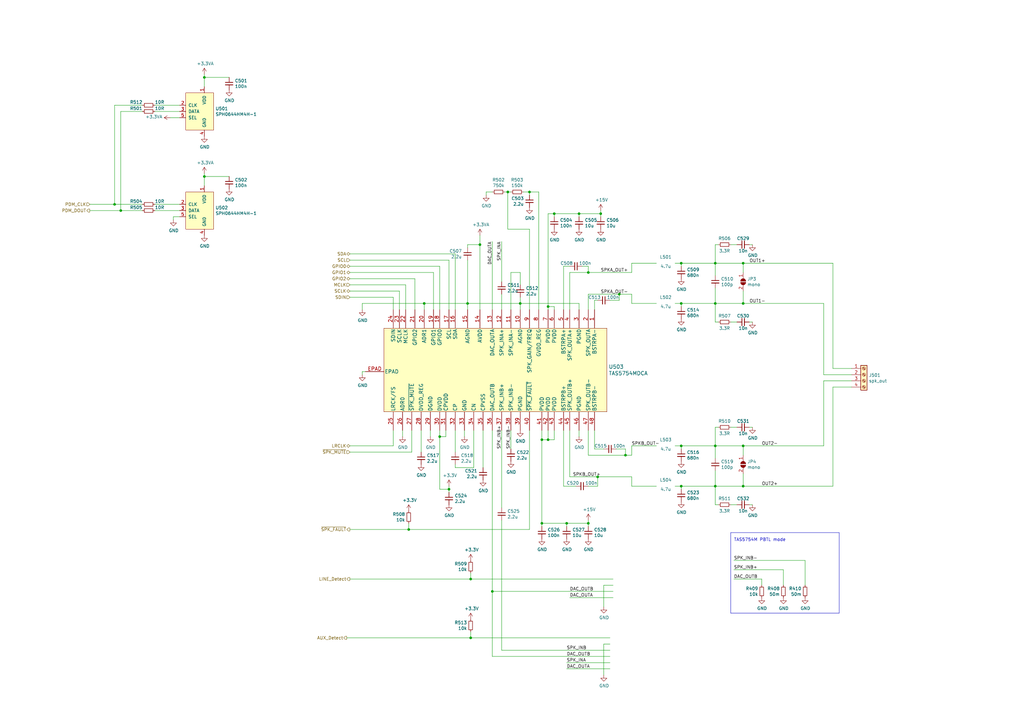
<source format=kicad_sch>
(kicad_sch (version 20230121) (generator eeschema)
  (paper "A3")
  (lib_symbols
    (symbol "Connector:Screw_Terminal_01x04" (pin_names (offset 1.016) hide)
      (property "Reference" "J" (at 0 5.08 0))
      (property "Value" "Screw_Terminal_01x04" (at 0 -7.62 0))
      (symbol "Screw_Terminal_01x04_1_1"
        (rectangle (start -1.27 3.81) (end 1.27 -6.35) (stroke (width 0.254)) (fill (type background)))
        (circle (center 0 -5.08) (radius 0.635) (stroke (width 0.1524)))
        (circle (center 0 -2.54) (radius 0.635) (stroke (width 0.1524)))
        (polyline (pts (xy -0.5334 -4.7498) (xy 0.3302 -5.588)) (stroke (width 0.1524)))
        (polyline (pts (xy -0.5334 -2.2098) (xy 0.3302 -3.048)) (stroke (width 0.1524)))
        (polyline (pts (xy -0.5334 0.3302) (xy 0.3302 -0.508)) (stroke (width 0.1524)))
        (polyline (pts (xy -0.5334 2.8702) (xy 0.3302 2.032)) (stroke (width 0.1524)))
        (polyline (pts (xy -0.3556 -4.572) (xy 0.508 -5.4102)) (stroke (width 0.1524)))
        (polyline (pts (xy -0.3556 -2.032) (xy 0.508 -2.8702)) (stroke (width 0.1524)))
        (polyline (pts (xy -0.3556 0.508) (xy 0.508 -0.3302)) (stroke (width 0.1524)))
        (polyline (pts (xy -0.3556 3.048) (xy 0.508 2.2098)) (stroke (width 0.1524)))
        (circle (center 0 0) (radius 0.635) (stroke (width 0.1524)))
        (circle (center 0 2.54) (radius 0.635) (stroke (width 0.1524)))
        (pin passive line (at -5.08 2.54 0) (length 3.81) (name "Pin_1") (number "1"))
        (pin passive line (at -5.08 0 0) (length 3.81) (name "Pin_2") (number "2"))
        (pin passive line (at -5.08 -2.54 0) (length 3.81) (name "Pin_3") (number "3"))
        (pin passive line (at -5.08 -5.08 0) (length 3.81) (name "Pin_4") (number "4"))
      )
    )
    (symbol "Device:C_Small" (pin_numbers hide) (pin_names (offset 0.254) hide)
      (property "Reference" "C" (at 0.254 1.778 0))
      (property "Value" "C_Small" (at 0.254 -2.032 0))
      (symbol "C_Small_0_1"
        (polyline (pts (xy -1.524 -0.508) (xy 1.524 -0.508)) (stroke (width 0.3302)))
        (polyline (pts (xy -1.524 0.508) (xy 1.524 0.508)) (stroke (width 0.3048)))
      )
      (symbol "C_Small_1_1"
        (pin passive line (at 0 2.54 270) (length 2.032) (name "~") (number "1"))
        (pin passive line (at 0 -2.54 90) (length 2.032) (name "~") (number "2"))
      )
    )
    (symbol "Device:R_Small" (pin_numbers hide) (pin_names (offset 0.254) hide)
      (property "Reference" "R" (at 0.762 0.508 0))
      (property "Value" "R_Small" (at 0.762 -1.016 0))
      (symbol "R_Small_0_1"
        (rectangle (start -0.762 1.778) (end 0.762 -1.778) (stroke (width 0.2032)))
      )
      (symbol "R_Small_1_1"
        (pin passive line (at 0 2.54 270) (length 0.762) (name "~") (number "1"))
        (pin passive line (at 0 -2.54 90) (length 0.762) (name "~") (number "2"))
      )
    )
    (symbol "Jumper:SolderJumper_2_Open" (pin_names (offset 0) hide)
      (property "Reference" "JP" (at 0 2.032 0))
      (property "Value" "SolderJumper_2_Open" (at 0 -2.54 0))
      (symbol "SolderJumper_2_Open_0_1"
        (arc (start -0.254 1.016) (mid -1.2656 0) (end -0.254 -1.016))
        (arc (start -0.254 1.016) (mid -1.2656 0) (end -0.254 -1.016) (fill (type outline)))
        (polyline (pts (xy -0.254 1.016) (xy -0.254 -1.016)))
        (polyline (pts (xy 0.254 1.016) (xy 0.254 -1.016)))
        (arc (start 0.254 -1.016) (mid 1.2656 0) (end 0.254 1.016))
        (arc (start 0.254 -1.016) (mid 1.2656 0) (end 0.254 1.016) (fill (type outline)))
      )
      (symbol "SolderJumper_2_Open_1_1"
        (pin passive line (at -3.81 0 0) (length 2.54) (name "A") (number "1"))
        (pin passive line (at 3.81 0 180) (length 2.54) (name "B") (number "2"))
      )
    )
    (symbol "SilentWorks:SPH0644HM4H-1" (pin_names (offset 1.016))
      (property "Reference" "U" (at -6.35 8.89 0))
      (property "Value" "SPH0644HM4H-1" (at 11.43 -8.89 0))
      (symbol "SPH0644HM4H-1_0_1"
        (rectangle (start -7.62 7.62) (end 3.81 -7.62) (fill (type background)))
      )
      (symbol "SPH0644HM4H-1_1_1"
        (pin passive line (at 0 10.16 270) (length 2.54) (name "VDD") (number "1"))
        (pin passive line (at -10.16 2.54 0) (length 2.54) (name "CLK") (number "2"))
        (pin passive line (at -10.16 0 0) (length 2.54) (name "DATA") (number "3"))
        (pin passive line (at 0 -10.16 90) (length 2.54) (name "GND") (number "4"))
        (pin passive line (at -10.16 -2.54 0) (length 2.54) (name "SEL") (number "5"))
        (pin passive line (at 0 -10.16 90) (length 2.54) hide (name "GND") (number "6"))
      )
    )
    (symbol "SilentWorks:TAS5754MDCA" (pin_names (offset 0.254))
      (property "Reference" "U" (at 0 38.1 0))
      (property "Value" "TAS5754MDCA" (at 0 35.56 0))
      (symbol "TAS5754MDCA_1_1"
        (rectangle (start 16.51 33.02) (end -17.78 -58.42) (fill (type background)))
        (pin unspecified line (at -25.4 27.94 0) (length 7.62) (name "BSTRPA-") (number "1"))
        (pin power_in line (at -25.4 -2.54 0) (length 7.62) (name "AGND") (number "10"))
        (pin input line (at -25.4 -6.35 0) (length 7.62) (name "SPK_INA-") (number "11"))
        (pin input line (at -25.4 -10.16 0) (length 7.62) (name "SPK_INA+") (number "12"))
        (pin output line (at -25.4 -13.97 0) (length 7.62) (name "DAC_OUTA") (number "13"))
        (pin power_in line (at -25.4 -19.05 0) (length 7.62) (name "AVDD") (number "14"))
        (pin power_in line (at -25.4 -24.13 0) (length 7.62) (name "AGND") (number "15"))
        (pin bidirectional line (at -25.4 -29.21 0) (length 7.62) (name "SDA") (number "16"))
        (pin input line (at -25.4 -31.75 0) (length 7.62) (name "SCL") (number "17"))
        (pin bidirectional line (at -25.4 -35.56 0) (length 7.62) (name "GPIO0") (number "18"))
        (pin bidirectional line (at -25.4 -38.1 0) (length 7.62) (name "GPIO1") (number "19"))
        (pin output line (at -25.4 25.4 0) (length 7.62) (name "SPK_OUTA") (number "2"))
        (pin input line (at -25.4 -41.91 0) (length 7.62) (name "ADR1") (number "20"))
        (pin bidirectional line (at -25.4 -45.72 0) (length 7.62) (name "GPIO2") (number "21"))
        (pin input line (at -25.4 -49.53 0) (length 7.62) (name "MCLK") (number "22"))
        (pin input line (at -25.4 -52.07 0) (length 7.62) (name "SCLK") (number "23"))
        (pin input line (at -25.4 -54.61 0) (length 7.62) (name "SDIN") (number "24"))
        (pin bidirectional line (at 24.13 -54.61 180) (length 7.62) (name "LRCK/FS") (number "25"))
        (pin input line (at 24.13 -50.8 180) (length 7.62) (name "ADR0") (number "26"))
        (pin input line (at 24.13 -46.99 180) (length 7.62) (name "~{SPK_MUTE}") (number "27"))
        (pin power_in line (at 24.13 -43.18 180) (length 7.62) (name "DVDD_REG") (number "28"))
        (pin power_in line (at 24.13 -39.37 180) (length 7.62) (name "DGND") (number "29"))
        (pin power_in line (at -25.4 21.59 0) (length 7.62) (name "PGND") (number "3"))
        (pin power_in line (at 24.13 -35.56 180) (length 7.62) (name "DVDD") (number "30"))
        (pin power_in line (at 24.13 -33.02 180) (length 7.62) (name "CPVDD") (number "31"))
        (pin unspecified line (at 24.13 -29.21 180) (length 7.62) (name "CP") (number "32"))
        (pin power_in line (at 24.13 -25.4 180) (length 7.62) (name "GND") (number "33"))
        (pin unspecified line (at 24.13 -21.59 180) (length 7.62) (name "CN") (number "34"))
        (pin power_in line (at 24.13 -17.78 180) (length 7.62) (name "CPVSS") (number "35"))
        (pin output line (at 24.13 -13.97 180) (length 7.62) (name "DAC_OUTB") (number "36"))
        (pin input line (at 24.13 -10.16 180) (length 7.62) (name "SPK_INB+") (number "37"))
        (pin input line (at 24.13 -6.35 180) (length 7.62) (name "SPK_INB-") (number "38"))
        (pin power_in line (at 24.13 -2.54 180) (length 7.62) (name "PGND") (number "39"))
        (pin output line (at -25.4 17.78 0) (length 7.62) (name "SPK_OUTA+") (number "4"))
        (pin output line (at 24.13 1.27 180) (length 7.62) (name "~{SPK_FAULT}") (number "40"))
        (pin power_in line (at 24.13 6.35 180) (length 7.62) (name "PVDD") (number "41"))
        (pin power_in line (at 24.13 8.89 180) (length 7.62) (name "PVDD") (number "42"))
        (pin power_in line (at 24.13 11.43 180) (length 7.62) (name "PVDD") (number "43"))
        (pin unspecified line (at 24.13 15.24 180) (length 7.62) (name "BSTRPB+") (number "44"))
        (pin output line (at 24.13 17.78 180) (length 7.62) (name "SPK_OUTB+") (number "45"))
        (pin power_in line (at 24.13 21.59 180) (length 7.62) (name "PGND") (number "46"))
        (pin unspecified line (at 24.13 25.4 180) (length 7.62) (name "SPK_OUTB-") (number "47"))
        (pin unspecified line (at 24.13 27.94 180) (length 7.62) (name "BSTRPB-") (number "48"))
        (pin unspecified line (at -25.4 15.24 0) (length 7.62) (name "BSTRPA+") (number "5"))
        (pin power_in line (at -25.4 11.43 0) (length 7.62) (name "PVDD") (number "6"))
        (pin power_in line (at -25.4 8.89 0) (length 7.62) (name "PVDD") (number "7"))
        (pin output line (at -25.4 5.08 0) (length 7.62) (name "GVDD_REG") (number "8"))
        (pin input line (at -25.4 1.27 0) (length 7.62) (name "SPK_GAIN/FREQ") (number "9"))
        (pin unspecified line (at 0 -66.04 90) (length 7.62) (name "EPAD") (number "EPAD"))
      )
    )
    (symbol "power:+15V" (power) (pin_names (offset 0))
      (property "Value" "+15V" (at 0 3.556 0))
      (symbol "+15V_0_1"
        (polyline (pts (xy -0.762 1.27) (xy 0 2.54)))
        (polyline (pts (xy 0 0) (xy 0 2.54)))
        (polyline (pts (xy 0 2.54) (xy 0.762 1.27)))
      )
      (symbol "+15V_1_1"
        (pin power_in line (at 0 0 90) (length 0) hide (name "+15V") (number "1"))
      )
    )
    (symbol "power:+3.3V" (power) (pin_names (offset 0))
      (property "Value" "+3.3V" (at 0 3.556 0))
      (symbol "+3.3V_0_1"
        (polyline (pts (xy -0.762 1.27) (xy 0 2.54)))
        (polyline (pts (xy 0 0) (xy 0 2.54)))
        (polyline (pts (xy 0 2.54) (xy 0.762 1.27)))
      )
      (symbol "+3.3V_1_1"
        (pin power_in line (at 0 0 90) (length 0) hide (name "+3.3V") (number "1"))
      )
    )
    (symbol "power:+3.3VA" (power) (pin_names (offset 0))
      (property "Value" "+3.3VA" (at 0 3.556 0))
      (symbol "+3.3VA_0_1"
        (polyline (pts (xy -0.762 1.27) (xy 0 2.54)))
        (polyline (pts (xy 0 0) (xy 0 2.54)))
        (polyline (pts (xy 0 2.54) (xy 0.762 1.27)))
      )
      (symbol "+3.3VA_1_1"
        (pin power_in line (at 0 0 90) (length 0) hide (name "+3.3VA") (number "1"))
      )
    )
    (symbol "power:GND" (power) (pin_names (offset 0))
      (property "Value" "GND" (at 0 -3.81 0))
      (symbol "GND_0_1"
        (polyline (pts (xy 0 0) (xy 0 -1.27) (xy 1.27 -1.27) (xy 0 -2.54) (xy -1.27 -1.27) (xy 0 -1.27)))
      )
      (symbol "GND_1_1"
        (pin power_in line (at 0 0 270) (length 0) hide (name "GND") (number "1"))
      )
    )
  )
  (junction (at 279.4 107.95))
  (junction (at 304.8 124.46))
  (junction (at 184.15 200.66))
  (junction (at 196.85 100.33))
  (junction (at 293.37 182.88))
  (junction (at 222.25 214.63))
  (junction (at 256.54 186.69))
  (junction (at 245.11 195.58))
  (junction (at 227.33 87.63))
  (junction (at 237.49 87.63))
  (junction (at 222.25 180.34))
  (junction (at 180.34 179.07))
  (junction (at 217.17 78.74))
  (junction (at 83.82 31.75))
  (junction (at 279.4 182.88))
  (junction (at 241.3 111.76))
  (junction (at 279.4 199.39))
  (junction (at 191.77 124.46))
  (junction (at 304.8 107.95))
  (junction (at 241.3 214.63))
  (junction (at 293.37 124.46))
  (junction (at 167.64 217.17))
  (junction (at 304.8 182.88))
  (junction (at 46.99 83.82))
  (junction (at 246.38 87.63))
  (junction (at 193.04 237.49))
  (junction (at 83.82 72.39))
  (junction (at 293.37 199.39))
  (junction (at 173.99 124.46))
  (junction (at 49.53 86.36))
  (junction (at 201.93 242.57))
  (junction (at 232.41 214.63))
  (junction (at 293.37 107.95))
  (junction (at 224.79 180.34))
  (junction (at 279.4 124.46))
  (junction (at 193.04 261.62))
  (junction (at 213.36 124.46))
  (junction (at 208.28 78.74))
  (junction (at 254 120.65))
  (junction (at 304.8 199.39))
  (junction (at 224.79 125.73))
  (polyline (pts (xy 299.72 251.46) (xy 344.17 251.46)))
  (wire (pts (xy 224.79 180.34) (xy 227.33 180.34)))
  (wire (pts (xy 184.15 106.68) (xy 143.51 106.68)))
  (wire (pts (xy 279.4 199.39) (xy 279.4 200.66)))
  (wire (pts (xy 251.46 240.03) (xy 247.65 240.03)))
  (wire (pts (xy 208.28 78.74) (xy 208.28 93.98)))
  (wire (pts (xy 293.37 199.39) (xy 293.37 207.01)))
  (wire (pts (xy 304.8 199.39) (xy 341.63 199.39)))
  (wire (pts (xy 83.82 31.75) (xy 83.82 35.56)))
  (wire (pts (xy 245.11 195.58) (xy 259.08 195.58)))
  (wire (pts (xy 293.37 199.39) (xy 304.8 199.39)))
  (wire (pts (xy 213.36 127) (xy 213.36 124.46)))
  (wire (pts (xy 201.93 176.53) (xy 201.93 242.57)))
  (wire (pts (xy 176.53 176.53) (xy 176.53 179.07)))
  (wire (pts (xy 173.99 124.46) (xy 148.59 124.46)))
  (wire (pts (xy 199.39 78.74) (xy 199.39 80.01)))
  (wire (pts (xy 276.86 124.46) (xy 279.4 124.46)))
  (wire (pts (xy 213.36 124.46) (xy 191.77 124.46)))
  (wire (pts (xy 304.8 119.38) (xy 304.8 124.46)))
  (wire (pts (xy 279.4 124.46) (xy 293.37 124.46)))
  (wire (pts (xy 222.25 215.9) (xy 222.25 214.63)))
  (wire (pts (xy 46.99 83.82) (xy 58.42 83.82)))
  (wire (pts (xy 349.25 151.13) (xy 341.63 151.13)))
  (wire (pts (xy 241.3 215.9) (xy 241.3 214.63)))
  (wire (pts (xy 186.69 191.77) (xy 194.31 191.77)))
  (wire (pts (xy 293.37 182.88) (xy 293.37 187.96)))
  (wire (pts (xy 49.53 45.72) (xy 49.53 86.36)))
  (wire (pts (xy 307.34 100.33) (xy 308.61 100.33)))
  (wire (pts (xy 237.49 127) (xy 237.49 124.46)))
  (wire (pts (xy 241.3 186.69) (xy 241.3 176.53)))
  (wire (pts (xy 279.4 107.95) (xy 293.37 107.95)))
  (wire (pts (xy 233.68 127) (xy 233.68 111.76)))
  (wire (pts (xy 250.19 264.16) (xy 247.65 264.16)))
  (polyline (pts (xy 299.72 218.44) (xy 299.72 251.46)))
  (wire (pts (xy 232.41 274.32) (xy 250.19 274.32)))
  (wire (pts (xy 250.19 271.78) (xy 232.41 271.78)))
  (wire (pts (xy 341.63 158.75) (xy 341.63 199.39)))
  (wire (pts (xy 217.17 78.74) (xy 214.63 78.74)))
  (wire (pts (xy 300.99 233.68) (xy 321.31 233.68)))
  (wire (pts (xy 193.04 234.95) (xy 193.04 237.49)))
  (wire (pts (xy 276.86 107.95) (xy 279.4 107.95)))
  (wire (pts (xy 233.68 245.11) (xy 251.46 245.11)))
  (wire (pts (xy 58.42 43.18) (xy 46.99 43.18)))
  (wire (pts (xy 293.37 124.46) (xy 304.8 124.46)))
  (wire (pts (xy 251.46 237.49) (xy 193.04 237.49)))
  (wire (pts (xy 250.19 123.19) (xy 254 123.19)))
  (wire (pts (xy 205.74 176.53) (xy 205.74 208.28)))
  (wire (pts (xy 196.85 100.33) (xy 196.85 127)))
  (wire (pts (xy 222.25 180.34) (xy 222.25 214.63)))
  (wire (pts (xy 304.8 194.31) (xy 304.8 199.39)))
  (wire (pts (xy 213.36 111.76) (xy 213.36 116.84)))
  (wire (pts (xy 58.42 45.72) (xy 49.53 45.72)))
  (wire (pts (xy 217.17 217.17) (xy 167.64 217.17)))
  (wire (pts (xy 184.15 200.66) (xy 184.15 201.93)))
  (wire (pts (xy 224.79 176.53) (xy 224.79 180.34)))
  (wire (pts (xy 279.4 182.88) (xy 279.4 184.15)))
  (wire (pts (xy 149.86 152.4) (xy 148.59 152.4)))
  (wire (pts (xy 166.37 127) (xy 166.37 116.84)))
  (wire (pts (xy 293.37 107.95) (xy 293.37 113.03)))
  (wire (pts (xy 293.37 182.88) (xy 304.8 182.88)))
  (wire (pts (xy 220.98 78.74) (xy 217.17 78.74)))
  (wire (pts (xy 259.08 107.95) (xy 259.08 111.76)))
  (wire (pts (xy 170.18 127) (xy 170.18 114.3)))
  (wire (pts (xy 193.04 261.62) (xy 142.24 261.62)))
  (polyline (pts (xy 344.17 251.46) (xy 344.17 218.44)))
  (wire (pts (xy 304.8 182.88) (xy 337.82 182.88)))
  (wire (pts (xy 237.49 87.63) (xy 246.38 87.63)))
  (wire (pts (xy 71.12 88.9) (xy 71.12 90.17)))
  (wire (pts (xy 73.66 48.26) (xy 69.85 48.26)))
  (wire (pts (xy 259.08 195.58) (xy 259.08 199.39)))
  (wire (pts (xy 222.25 214.63) (xy 232.41 214.63)))
  (wire (pts (xy 254 120.65) (xy 259.08 120.65)))
  (wire (pts (xy 46.99 43.18) (xy 46.99 83.82)))
  (wire (pts (xy 217.17 176.53) (xy 217.17 217.17)))
  (wire (pts (xy 279.4 182.88) (xy 293.37 182.88)))
  (wire (pts (xy 161.29 176.53) (xy 161.29 182.88)))
  (wire (pts (xy 184.15 199.39) (xy 184.15 200.66)))
  (wire (pts (xy 63.5 83.82) (xy 73.66 83.82)))
  (wire (pts (xy 238.76 109.22) (xy 241.3 109.22)))
  (wire (pts (xy 259.08 124.46) (xy 269.24 124.46)))
  (wire (pts (xy 259.08 199.39) (xy 269.24 199.39)))
  (wire (pts (xy 307.34 132.08) (xy 308.61 132.08)))
  (wire (pts (xy 168.91 176.53) (xy 168.91 185.42)))
  (wire (pts (xy 233.68 195.58) (xy 245.11 195.58)))
  (wire (pts (xy 241.3 111.76) (xy 259.08 111.76)))
  (wire (pts (xy 293.37 193.04) (xy 293.37 199.39)))
  (wire (pts (xy 337.82 153.67) (xy 349.25 153.67)))
  (wire (pts (xy 231.14 127) (xy 231.14 109.22)))
  (wire (pts (xy 237.49 88.9) (xy 237.49 87.63)))
  (wire (pts (xy 73.66 88.9) (xy 71.12 88.9)))
  (wire (pts (xy 217.17 80.01) (xy 217.17 78.74)))
  (wire (pts (xy 148.59 152.4) (xy 148.59 153.67)))
  (wire (pts (xy 294.64 100.33) (xy 293.37 100.33)))
  (wire (pts (xy 167.64 217.17) (xy 143.51 217.17)))
  (wire (pts (xy 243.84 123.19) (xy 243.84 127)))
  (wire (pts (xy 307.34 207.01) (xy 308.61 207.01)))
  (wire (pts (xy 163.83 127) (xy 163.83 119.38)))
  (wire (pts (xy 294.64 207.01) (xy 293.37 207.01)))
  (wire (pts (xy 247.65 184.15) (xy 243.84 184.15)))
  (wire (pts (xy 193.04 237.49) (xy 143.51 237.49)))
  (wire (pts (xy 165.1 176.53) (xy 165.1 179.07)))
  (wire (pts (xy 182.88 179.07) (xy 180.34 179.07)))
  (wire (pts (xy 293.37 100.33) (xy 293.37 107.95)))
  (wire (pts (xy 279.4 199.39) (xy 293.37 199.39)))
  (wire (pts (xy 279.4 107.95) (xy 279.4 109.22)))
  (wire (pts (xy 232.41 214.63) (xy 241.3 214.63)))
  (wire (pts (xy 172.72 185.42) (xy 172.72 176.53)))
  (wire (pts (xy 233.68 111.76) (xy 241.3 111.76)))
  (wire (pts (xy 161.29 182.88) (xy 143.51 182.88)))
  (wire (pts (xy 224.79 125.73) (xy 224.79 127)))
  (wire (pts (xy 191.77 106.68) (xy 191.77 124.46)))
  (wire (pts (xy 246.38 88.9) (xy 246.38 87.63)))
  (wire (pts (xy 201.93 78.74) (xy 199.39 78.74)))
  (wire (pts (xy 205.74 213.36) (xy 205.74 266.7)))
  (wire (pts (xy 231.14 109.22) (xy 233.68 109.22)))
  (wire (pts (xy 83.82 30.48) (xy 83.82 31.75)))
  (wire (pts (xy 180.34 109.22) (xy 143.51 109.22)))
  (wire (pts (xy 220.98 127) (xy 220.98 78.74)))
  (wire (pts (xy 180.34 200.66) (xy 184.15 200.66)))
  (wire (pts (xy 194.31 191.77) (xy 194.31 176.53)))
  (wire (pts (xy 180.34 127) (xy 180.34 109.22)))
  (wire (pts (xy 184.15 127) (xy 184.15 106.68)))
  (wire (pts (xy 186.69 185.42) (xy 186.69 176.53)))
  (wire (pts (xy 337.82 182.88) (xy 337.82 156.21)))
  (wire (pts (xy 83.82 72.39) (xy 83.82 76.2)))
  (wire (pts (xy 241.3 186.69) (xy 256.54 186.69)))
  (wire (pts (xy 254 123.19) (xy 254 120.65)))
  (wire (pts (xy 304.8 182.88) (xy 304.8 186.69)))
  (wire (pts (xy 209.55 184.15) (xy 209.55 176.53)))
  (wire (pts (xy 245.11 199.39) (xy 245.11 195.58)))
  (wire (pts (xy 227.33 180.34) (xy 227.33 176.53)))
  (wire (pts (xy 193.04 259.08) (xy 193.04 261.62)))
  (wire (pts (xy 83.82 72.39) (xy 93.98 72.39)))
  (wire (pts (xy 232.41 215.9) (xy 232.41 214.63)))
  (wire (pts (xy 163.83 119.38) (xy 143.51 119.38)))
  (wire (pts (xy 227.33 88.9) (xy 227.33 87.63)))
  (wire (pts (xy 209.55 127) (xy 209.55 111.76)))
  (wire (pts (xy 213.36 121.92) (xy 213.36 124.46)))
  (wire (pts (xy 299.72 175.26) (xy 302.26 175.26)))
  (wire (pts (xy 252.73 184.15) (xy 256.54 184.15)))
  (wire (pts (xy 300.99 229.87) (xy 330.2 229.87)))
  (wire (pts (xy 167.64 214.63) (xy 167.64 217.17)))
  (wire (pts (xy 191.77 127) (xy 191.77 124.46)))
  (wire (pts (xy 227.33 127) (xy 227.33 125.73)))
  (wire (pts (xy 182.88 176.53) (xy 182.88 179.07)))
  (wire (pts (xy 180.34 179.07) (xy 180.34 200.66)))
  (wire (pts (xy 256.54 184.15) (xy 256.54 186.69)))
  (wire (pts (xy 250.19 269.24) (xy 201.93 269.24)))
  (wire (pts (xy 299.72 132.08) (xy 302.26 132.08)))
  (wire (pts (xy 337.82 124.46) (xy 337.82 153.67)))
  (wire (pts (xy 321.31 233.68) (xy 321.31 240.03)))
  (wire (pts (xy 177.8 111.76) (xy 143.51 111.76)))
  (wire (pts (xy 304.8 124.46) (xy 337.82 124.46)))
  (wire (pts (xy 196.85 100.33) (xy 191.77 100.33)))
  (wire (pts (xy 304.8 107.95) (xy 341.63 107.95)))
  (wire (pts (xy 294.64 132.08) (xy 293.37 132.08)))
  (wire (pts (xy 241.3 109.22) (xy 241.3 111.76)))
  (wire (pts (xy 36.83 83.82) (xy 46.99 83.82)))
  (wire (pts (xy 205.74 99.06) (xy 205.74 115.57)))
  (wire (pts (xy 294.64 175.26) (xy 293.37 175.26)))
  (wire (pts (xy 224.79 125.73) (xy 224.79 87.63)))
  (wire (pts (xy 205.74 120.65) (xy 205.74 127)))
  (wire (pts (xy 276.86 199.39) (xy 279.4 199.39)))
  (wire (pts (xy 241.3 120.65) (xy 241.3 127)))
  (wire (pts (xy 259.08 107.95) (xy 269.24 107.95)))
  (wire (pts (xy 227.33 87.63) (xy 237.49 87.63)))
  (wire (pts (xy 73.66 45.72) (xy 63.5 45.72)))
  (wire (pts (xy 186.69 127) (xy 186.69 104.14)))
  (wire (pts (xy 247.65 264.16) (xy 247.65 276.86)))
  (wire (pts (xy 227.33 125.73) (xy 224.79 125.73)))
  (wire (pts (xy 276.86 182.88) (xy 279.4 182.88)))
  (wire (pts (xy 250.19 266.7) (xy 205.74 266.7)))
  (wire (pts (xy 208.28 93.98) (xy 217.17 93.98)))
  (wire (pts (xy 241.3 213.36) (xy 241.3 214.63)))
  (wire (pts (xy 170.18 114.3) (xy 143.51 114.3)))
  (wire (pts (xy 231.14 199.39) (xy 231.14 176.53)))
  (wire (pts (xy 293.37 124.46) (xy 293.37 132.08)))
  (wire (pts (xy 330.2 229.87) (xy 330.2 240.03)))
  (wire (pts (xy 341.63 151.13) (xy 341.63 107.95)))
  (wire (pts (xy 250.19 261.62) (xy 193.04 261.62)))
  (wire (pts (xy 293.37 175.26) (xy 293.37 182.88)))
  (wire (pts (xy 83.82 31.75) (xy 93.98 31.75)))
  (wire (pts (xy 304.8 107.95) (xy 304.8 111.76)))
  (wire (pts (xy 208.28 78.74) (xy 207.01 78.74)))
  (wire (pts (xy 191.77 124.46) (xy 173.99 124.46)))
  (wire (pts (xy 251.46 242.57) (xy 201.93 242.57)))
  (wire (pts (xy 222.25 180.34) (xy 224.79 180.34)))
  (wire (pts (xy 186.69 104.14) (xy 143.51 104.14)))
  (wire (pts (xy 246.38 86.36) (xy 246.38 87.63)))
  (wire (pts (xy 256.54 186.69) (xy 259.08 186.69)))
  (wire (pts (xy 231.14 199.39) (xy 236.22 199.39)))
  (wire (pts (xy 299.72 100.33) (xy 302.26 100.33)))
  (wire (pts (xy 224.79 87.63) (xy 227.33 87.63)))
  (wire (pts (xy 161.29 121.92) (xy 143.51 121.92)))
  (wire (pts (xy 36.83 86.36) (xy 49.53 86.36)))
  (wire (pts (xy 299.72 207.01) (xy 302.26 207.01)))
  (wire (pts (xy 337.82 156.21) (xy 349.25 156.21)))
  (wire (pts (xy 259.08 182.88) (xy 269.24 182.88)))
  (wire (pts (xy 237.49 124.46) (xy 213.36 124.46)))
  (wire (pts (xy 209.55 111.76) (xy 213.36 111.76)))
  (wire (pts (xy 168.91 185.42) (xy 143.51 185.42)))
  (wire (pts (xy 233.68 176.53) (xy 233.68 195.58)))
  (wire (pts (xy 173.99 127) (xy 173.99 124.46)))
  (wire (pts (xy 222.25 176.53) (xy 222.25 180.34)))
  (wire (pts (xy 177.8 127) (xy 177.8 111.76)))
  (wire (pts (xy 161.29 127) (xy 161.29 121.92)))
  (wire (pts (xy 312.42 237.49) (xy 312.42 240.03)))
  (wire (pts (xy 307.34 175.26) (xy 308.61 175.26)))
  (wire (pts (xy 259.08 182.88) (xy 259.08 186.69)))
  (wire (pts (xy 341.63 158.75) (xy 349.25 158.75)))
  (wire (pts (xy 241.3 120.65) (xy 254 120.65)))
  (wire (pts (xy 279.4 124.46) (xy 279.4 125.73)))
  (wire (pts (xy 201.93 269.24) (xy 201.93 242.57)))
  (wire (pts (xy 83.82 71.12) (xy 83.82 72.39)))
  (wire (pts (xy 241.3 199.39) (xy 245.11 199.39)))
  (wire (pts (xy 243.84 184.15) (xy 243.84 176.53)))
  (wire (pts (xy 148.59 124.46) (xy 148.59 127)))
  (polyline (pts (xy 344.17 218.44) (xy 299.72 218.44)))
  (wire (pts (xy 259.08 120.65) (xy 259.08 124.46)))
  (wire (pts (xy 191.77 100.33) (xy 191.77 101.6)))
  (wire (pts (xy 190.5 176.53) (xy 190.5 179.07)))
  (wire (pts (xy 293.37 118.11) (xy 293.37 124.46)))
  (wire (pts (xy 247.65 240.03) (xy 247.65 248.92)))
  (wire (pts (xy 209.55 78.74) (xy 208.28 78.74)))
  (wire (pts (xy 73.66 43.18) (xy 63.5 43.18)))
  (wire (pts (xy 237.49 176.53) (xy 237.49 179.07)))
  (wire (pts (xy 73.66 86.36) (xy 63.5 86.36)))
  (wire (pts (xy 166.37 116.84) (xy 143.51 116.84)))
  (wire (pts (xy 201.93 99.06) (xy 201.93 127)))
  (wire (pts (xy 180.34 176.53) (xy 180.34 179.07)))
  (wire (pts (xy 217.17 93.98) (xy 217.17 127)))
  (wire (pts (xy 49.53 86.36) (xy 58.42 86.36)))
  (wire (pts (xy 198.12 176.53) (xy 198.12 191.77)))
  (wire (pts (xy 293.37 107.95) (xy 304.8 107.95)))
  (wire (pts (xy 245.11 123.19) (xy 243.84 123.19)))
  (wire (pts (xy 186.69 190.5) (xy 186.69 191.77)))
  (wire (pts (xy 300.99 237.49) (xy 312.42 237.49)))
  (wire (pts (xy 196.85 96.52) (xy 196.85 100.33)))
  (text "TAS5754M PBTL mode" (at 300.99 222.25 0) (effects (font (size 1.27 1.27)) (justify left bottom)))
  (label "DAC_OUTA" (at 232.41 274.32 0))
  (label "DAC_OUTB" (at 232.41 269.24 0))
  (label "SPKB_OUT-" (at 259.08 182.88 0))
  (label "SPK_INA" (at 232.41 271.78 0))
  (label "OUT2-" (at 312.42 182.88 0))
  (label "SPKB_OUT+" (at 234.95 195.58 0))
  (label "DAC_OUTB" (at 300.99 237.49 0))
  (label "SPKA_OUT-" (at 246.38 120.65 0))
  (label "SPK_INA" (at 205.74 99.06 270))
  (label "SPK_INB" (at 232.41 266.7 0))
  (label "DAC_OUTA" (at 201.93 99.06 270))
  (label "SPK_INB+" (at 205.74 184.15 90))
  (label "OUT1+" (at 307.34 107.95 0))
  (label "DAC_OUTA" (at 233.68 245.11 0))
  (label "SPK_INB+" (at 300.99 233.68 0))
  (label "OUT1-" (at 307.34 124.46 0))
  (label "SPK_INB-" (at 209.55 184.15 90))
  (label "DAC_OUTB" (at 233.68 242.57 0))
  (label "SPK_INB-" (at 300.99 229.87 0))
  (label "SPKA_OUT+" (at 246.38 111.76 0))
  (label "OUT2+" (at 312.42 199.39 0))
  (hierarchical_label "GPIO2" (shape bidirectional) (at 143.51 114.3 180))
  (hierarchical_label "PDM_DOUT" (shape output) (at 36.83 86.36 180))
  (hierarchical_label "GPIO1" (shape bidirectional) (at 143.51 111.76 180))
  (hierarchical_label "PDM_CLK" (shape input) (at 36.83 83.82 180))
  (hierarchical_label "SCL" (shape input) (at 143.51 106.68 180))
  (hierarchical_label "SDIN" (shape input) (at 143.51 121.92 180))
  (hierarchical_label "~{SPK_MUTE}" (shape input) (at 143.51 185.42 180))
  (hierarchical_label "SDA" (shape bidirectional) (at 143.51 104.14 180))
  (hierarchical_label "SCLK" (shape bidirectional) (at 143.51 119.38 180))
  (hierarchical_label "GPIO0" (shape bidirectional) (at 143.51 109.22 180))
  (hierarchical_label "LINE_Detect" (shape output) (at 143.51 237.49 180))
  (hierarchical_label "LRCLK" (shape bidirectional) (at 143.51 182.88 180))
  (hierarchical_label "AUX_Detect" (shape output) (at 142.24 261.62 180))
  (hierarchical_label "~{SPK_FAULT}" (shape output) (at 143.51 217.17 180))
  (hierarchical_label "MCLK" (shape input) (at 143.51 116.84 180))
  (symbol (lib_id "SilentWorks:SPH0644HM4H-1") (at 83.82 45.72 0) (unit 1)
    (property "Reference" "U501" (at 88.3412 44.5516 0) (effects (justify left)))
    (property "Value" "SPH0644HM4H-1" (at 88.3412 46.863 0) (effects (justify left)))
    (property "Footprint" "SilentWorks:SPH0644HM4H-1" (effects hide))
    (property "Partnumber" "423-1426-1-ND" (effects hide))
    (property "Supplier" "DigiKey" (effects hide))
  )
  (symbol (lib_id "SilentWorks:SPH0644HM4H-1") (at 83.82 86.36 0) (unit 1)
    (property "Reference" "U502" (at 88.3412 85.1916 0) (effects (justify left)))
    (property "Value" "SPH0644HM4H-1" (at 88.3412 87.503 0) (effects (justify left)))
    (property "Footprint" "SilentWorks:SPH0644HM4H-1" (effects hide))
    (property "Partnumber" "423-1426-1-ND" (effects hide))
    (property "Supplier" "DigiKey" (effects hide))
  )
  (symbol (lib_id "Device:C_Small") (at 93.98 74.93 0) (unit 1)
    (property "Reference" "C502" (at 96.3168 73.7616 0) (effects (justify left)))
    (property "Value" "100n" (at 96.3168 76.073 0) (effects (justify left)))
    (property "Footprint" "Capacitor_SMD:C_0603_1608Metric" (effects hide))
    (property "Partnumber" "133-5641" (effects hide))
    (property "Supplier" "RS-Components" (effects hide))
  )
  (symbol (lib_id "power:GND") (at 93.98 77.47 0) (unit 1)
    (property "Reference" "#PWR0189" (effects hide))
    (property "Value" "GND" (at 94.107 81.8642 0))
  )
  (symbol (lib_id "power:GND") (at 83.82 55.88 0) (unit 1)
    (property "Reference" "#PWR0190" (effects hide))
    (property "Value" "GND" (at 83.947 60.2742 0))
  )
  (symbol (lib_id "power:GND") (at 83.82 96.52 0) (unit 1)
    (property "Reference" "#PWR0191" (effects hide))
    (property "Value" "GND" (at 83.947 100.9142 0))
  )
  (symbol (lib_id "power:GND") (at 71.12 90.17 0) (unit 1)
    (property "Reference" "#PWR0192" (effects hide))
    (property "Value" "GND" (at 71.247 94.5642 0))
  )
  (symbol (lib_id "Device:C_Small") (at 293.37 115.57 0) (unit 1)
    (property "Reference" "C510" (at 295.7068 114.4016 0) (effects (justify left)))
    (property "Value" "100p" (at 295.7068 116.713 0) (effects (justify left)))
    (property "Footprint" "Capacitor_SMD:C_0603_1608Metric" (effects hide))
    (property "DNP" "x" (effects hide))
    (property "Partnumber" "146-4173" (effects hide))
    (property "Supplier" "RS-Components" (effects hide))
  )
  (symbol (lib_id "Device:R_Small") (at 60.96 83.82 270) (unit 1)
    (property "Reference" "R504" (at 58.42 82.55 90) (effects (justify right)))
    (property "Value" "10R" (at 63.5 82.55 90) (effects (justify left)))
    (property "Footprint" "Resistor_SMD:R_0603_1608Metric" (effects hide))
    (property "Supplier" "RS-Components" (effects hide))
    (instances (project "musical-box" (path "" (reference "R504") (unit 1)) (path "" (reference "R?") (unit 1))))
  )
  (symbol (lib_id "Device:R_Small") (at 60.96 86.36 270) (unit 1)
    (property "Reference" "R505" (at 58.42 85.09 90) (effects (justify right)))
    (property "Value" "10R" (at 63.5 85.09 90) (effects (justify left)))
    (property "Footprint" "Resistor_SMD:R_0603_1608Metric" (effects hide))
    (property "Supplier" "RS-Components" (effects hide))
    (instances (project "musical-box" (path "" (reference "R505") (unit 1)) (path "" (reference "R?") (unit 1))))
  )
  (symbol (lib_id "Device:R_Small") (at 60.96 45.72 270) (unit 1)
    (property "Reference" "R501" (at 58.42 44.45 90) (effects (justify right)))
    (property "Value" "10R" (at 63.5 44.45 90) (effects (justify left)))
    (property "Footprint" "Resistor_SMD:R_0603_1608Metric" (effects hide))
    (property "Supplier" "RS-Components" (effects hide))
    (instances (project "musical-box" (path "" (reference "R501") (unit 1)) (path "" (reference "R?") (unit 1))))
  )
  (symbol (lib_id "SilentWorks:TAS5754MDCA") (at 215.9 152.4 270) (unit 1)
    (property "Reference" "U503" (at 249.6312 150.4188 90) (effects (font (size 1.524 1.524)) (justify left)))
    (property "Value" "TAS5754MDCA" (at 249.6312 153.1112 90) (effects (font (size 1.524 1.524)) (justify left)))
    (property "Footprint" "SilentWorks:TAS5754MDCA" (effects hide))
    (property "Partnumber" "296-40564-1-ND" (effects hide))
    (property "Supplier" "DigiKey" (effects hide))
  )
  (symbol (lib_id "power:GND") (at 148.59 153.67 0) (unit 1)
    (property "Reference" "#PWR0194" (effects hide))
    (property "Value" "GND" (at 148.717 158.0642 0))
  )
  (symbol (lib_id "Device:C_Small") (at 93.98 34.29 0) (unit 1)
    (property "Reference" "C501" (at 96.3168 33.1216 0) (effects (justify left)))
    (property "Value" "100n" (at 96.3168 35.433 0) (effects (justify left)))
    (property "Footprint" "Capacitor_SMD:C_0603_1608Metric" (effects hide))
    (property "Partnumber" "133-5641" (effects hide))
    (property "Supplier" "RS-Components" (effects hide))
  )
  (symbol (lib_id "power:GND") (at 165.1 179.07 0) (unit 1)
    (property "Reference" "#PWR0195" (effects hide))
    (property "Value" "GND" (at 165.227 183.4642 0))
  )
  (symbol (lib_id "power:GND") (at 176.53 179.07 0) (unit 1)
    (property "Reference" "#PWR0196" (effects hide))
    (property "Value" "GND" (at 176.657 183.4642 0))
  )
  (symbol (lib_id "power:GND") (at 190.5 179.07 0) (unit 1)
    (property "Reference" "#PWR0197" (effects hide))
    (property "Value" "GND" (at 190.627 183.4642 0))
  )
  (symbol (lib_id "power:GND") (at 213.36 176.53 0) (unit 1)
    (property "Reference" "#PWR0198" (effects hide))
    (property "Value" "GND" (at 213.487 180.9242 0))
  )
  (symbol (lib_id "power:GND") (at 237.49 179.07 0) (unit 1)
    (property "Reference" "#PWR0199" (effects hide))
    (property "Value" "GND" (at 237.617 183.4642 0))
  )
  (symbol (lib_id "power:GND") (at 148.59 127 0) (unit 1)
    (property "Reference" "#PWR0200" (effects hide))
    (property "Value" "GND" (at 148.717 131.3942 0))
  )
  (symbol (lib_id "power:GND") (at 93.98 36.83 0) (unit 1)
    (property "Reference" "#PWR0193" (effects hide))
    (property "Value" "GND" (at 94.107 41.2242 0))
  )
  (symbol (lib_id "power:GND") (at 184.15 207.01 0) (unit 1)
    (property "Reference" "#PWR0201" (effects hide))
    (property "Value" "GND" (at 184.277 211.4042 0))
  )
  (symbol (lib_id "Device:C_Small") (at 172.72 187.96 0) (unit 1)
    (property "Reference" "C517" (at 175.0568 186.7916 0) (effects (justify left)))
    (property "Value" "2.2u" (at 175.0568 189.103 0) (effects (justify left)))
    (property "Footprint" "Capacitor_SMD:C_0603_1608Metric" (effects hide))
    (property "Partnumber" "170-6267" (effects hide))
    (property "Supplier" "RS-Components" (effects hide))
  )
  (symbol (lib_id "power:GND") (at 172.72 190.5 0) (unit 1)
    (property "Reference" "#PWR0202" (effects hide))
    (property "Value" "GND" (at 172.847 194.8942 0))
  )
  (symbol (lib_id "power:GND") (at 198.12 196.85 0) (unit 1)
    (property "Reference" "#PWR0203" (effects hide))
    (property "Value" "GND" (at 198.247 201.2442 0))
  )
  (symbol (lib_id "Device:C_Small") (at 184.15 204.47 0) (unit 1)
    (property "Reference" "C524" (at 186.4868 203.3016 0) (effects (justify left)))
    (property "Value" "2.2u" (at 186.4868 205.613 0) (effects (justify left)))
    (property "Footprint" "Capacitor_SMD:C_0603_1608Metric" (effects hide))
    (property "Partnumber" "170-6267" (effects hide))
    (property "Supplier" "RS-Components" (effects hide))
  )
  (symbol (lib_id "Device:C_Small") (at 186.69 187.96 0) (unit 1)
    (property "Reference" "C518" (at 189.0268 186.7916 0) (effects (justify left)))
    (property "Value" "2.2u" (at 189.0268 189.103 0) (effects (justify left)))
    (property "Footprint" "Capacitor_SMD:C_0603_1608Metric" (effects hide))
    (property "Partnumber" "170-6267" (effects hide))
    (property "Supplier" "RS-Components" (effects hide))
  )
  (symbol (lib_id "Device:C_Small") (at 198.12 194.31 0) (mirror y) (unit 1)
    (property "Reference" "C521" (at 195.7832 193.1416 0) (effects (justify left)))
    (property "Value" "2.2u" (at 195.7832 195.453 0) (effects (justify left)))
    (property "Footprint" "Capacitor_SMD:C_0603_1608Metric" (effects hide))
    (property "Partnumber" "170-6267" (effects hide))
    (property "Supplier" "RS-Components" (effects hide))
  )
  (symbol (lib_id "Device:C_Small") (at 205.74 210.82 0) (unit 1)
    (property "Reference" "C525" (at 208.0768 209.6516 0) (effects (justify left)))
    (property "Value" "2.2u" (at 208.0768 211.963 0) (effects (justify left)))
    (property "Footprint" "Capacitor_SMD:C_0603_1608Metric" (effects hide))
    (property "Partnumber" "170-6267" (effects hide))
    (property "Supplier" "RS-Components" (effects hide))
  )
  (symbol (lib_id "Device:R_Small") (at 167.64 212.09 180) (unit 1)
    (property "Reference" "R508" (at 166.1414 210.9216 0) (effects (justify left)))
    (property "Value" "10k" (at 166.1414 213.233 0) (effects (justify left)))
    (property "Footprint" "Resistor_SMD:R_0603_1608Metric" (effects hide))
    (property "Supplier" "RS-Components" (effects hide))
    (instances (project "musical-box" (path "" (reference "R508") (unit 1)) (path "" (reference "R?") (unit 1))))
  )
  (symbol (lib_id "power:+3.3V") (at 167.64 209.55 0) (unit 1)
    (property "Reference" "#PWR0204" (effects hide))
    (property "Value" "+3.3V" (at 168.021 205.1558 0))
  )
  (symbol (lib_id "power:+3.3VA") (at 83.82 71.12 0) (unit 1)
    (property "Reference" "#PWR0205" (effects hide))
    (property "Value" "+3.3VA" (at 84.201 66.7258 0))
  )
  (symbol (lib_id "power:+3.3VA") (at 83.82 30.48 0) (unit 1)
    (property "Reference" "#PWR0206" (effects hide))
    (property "Value" "+3.3VA" (at 84.201 26.0858 0))
  )
  (symbol (lib_id "Device:C_Small") (at 209.55 186.69 0) (mirror x) (unit 1)
    (property "Reference" "C522" (at 211.8868 185.5216 0) (effects (justify left)))
    (property "Value" "2.2u" (at 211.8868 187.833 0) (effects (justify left)))
    (property "Footprint" "Capacitor_SMD:C_0603_1608Metric" (effects hide))
    (property "Partnumber" "170-6267" (effects hide))
    (property "Supplier" "RS-Components" (effects hide))
  )
  (symbol (lib_id "power:GND") (at 209.55 189.23 0) (unit 1)
    (property "Reference" "#PWR0207" (effects hide))
    (property "Value" "GND" (at 209.677 193.6242 0))
  )
  (symbol (lib_id "Device:C_Small") (at 222.25 218.44 0) (mirror y) (unit 1)
    (property "Reference" "C526" (at 224.5868 217.2716 0) (effects (justify right)))
    (property "Value" "100n" (at 224.5868 219.583 0) (effects (justify right)))
    (property "Footprint" "Capacitor_SMD:C_0603_1608Metric" (effects hide))
    (property "Partnumber" "133-5641" (effects hide))
    (property "Supplier" "RS-Components" (effects hide))
  )
  (symbol (lib_id "Device:C_Small") (at 232.41 218.44 0) (unit 1)
    (property "Reference" "C527" (at 234.7468 217.2716 0) (effects (justify left)))
    (property "Value" "10u" (at 234.7468 219.583 0) (effects (justify left)))
    (property "Footprint" "Capacitor_SMD:C_0805_2012Metric" (effects hide))
    (property "Supplier" "RS-Components" (effects hide))
  )
  (symbol (lib_id "Device:C_Small") (at 241.3 218.44 0) (unit 1)
    (property "Reference" "C528" (at 243.6368 217.2716 0) (effects (justify left)))
    (property "Value" "10u" (at 243.6368 219.583 0) (effects (justify left)))
    (property "Footprint" "Capacitor_SMD:C_0805_2012Metric" (effects hide))
    (property "Supplier" "RS-Components" (effects hide))
  )
  (symbol (lib_id "power:GND") (at 222.25 220.98 0) (unit 1)
    (property "Reference" "#PWR0208" (effects hide))
    (property "Value" "GND" (at 222.377 225.3742 0))
  )
  (symbol (lib_id "power:GND") (at 232.41 220.98 0) (unit 1)
    (property "Reference" "#PWR0209" (effects hide))
    (property "Value" "GND" (at 232.537 225.3742 0))
  )
  (symbol (lib_id "power:GND") (at 241.3 220.98 0) (unit 1)
    (property "Reference" "#PWR0210" (effects hide))
    (property "Value" "GND" (at 241.427 225.3742 0))
  )
  (symbol (lib_id "Device:C_Small") (at 227.33 91.44 0) (mirror y) (unit 1)
    (property "Reference" "C504" (at 229.6668 90.2716 0) (effects (justify right)))
    (property "Value" "100n" (at 229.6668 92.583 0) (effects (justify right)))
    (property "Footprint" "Capacitor_SMD:C_0603_1608Metric" (effects hide))
    (property "Partnumber" "133-5641" (effects hide))
    (property "Supplier" "RS-Components" (effects hide))
  )
  (symbol (lib_id "Device:C_Small") (at 237.49 91.44 0) (unit 1)
    (property "Reference" "C505" (at 239.8268 90.2716 0) (effects (justify left)))
    (property "Value" "10u" (at 239.8268 92.583 0) (effects (justify left)))
    (property "Footprint" "Capacitor_SMD:C_0805_2012Metric" (effects hide))
    (property "Supplier" "RS-Components" (effects hide))
  )
  (symbol (lib_id "Device:C_Small") (at 246.38 91.44 0) (unit 1)
    (property "Reference" "C506" (at 248.7168 90.2716 0) (effects (justify left)))
    (property "Value" "10u" (at 248.7168 92.583 0) (effects (justify left)))
    (property "Footprint" "Capacitor_SMD:C_0805_2012Metric" (effects hide))
    (property "Supplier" "RS-Components" (effects hide))
  )
  (symbol (lib_id "power:GND") (at 227.33 93.98 0) (unit 1)
    (property "Reference" "#PWR0211" (effects hide))
    (property "Value" "GND" (at 227.457 98.3742 0))
  )
  (symbol (lib_id "power:GND") (at 237.49 93.98 0) (unit 1)
    (property "Reference" "#PWR0212" (effects hide))
    (property "Value" "GND" (at 237.617 98.3742 0))
  )
  (symbol (lib_id "power:GND") (at 246.38 93.98 0) (unit 1)
    (property "Reference" "#PWR0213" (effects hide))
    (property "Value" "GND" (at 246.507 98.3742 0))
  )
  (symbol (lib_id "Device:L_Core_Iron") (at 273.05 107.95 90) (unit 1)
    (property "Reference" "L501" (at 273.05 105.41 90))
    (property "Value" "4.7u" (at 273.05 109.22 90))
    (property "Footprint" "Inductor_SMD:L_Bourns_SRN6045TA" (effects hide))
    (property "Partnumber" "743-5116" (effects hide))
    (property "Supplier" "RS-Components" (effects hide))
  )
  (symbol (lib_id "Device:L_Core_Iron") (at 273.05 124.46 90) (unit 1)
    (property "Reference" "L502" (at 273.05 121.92 90))
    (property "Value" "4.7u" (at 273.05 125.73 90))
    (property "Footprint" "Inductor_SMD:L_Bourns_SRN6045TA" (effects hide))
    (property "Partnumber" "743-5116" (effects hide))
    (property "Supplier" "RS-Components" (effects hide))
  )
  (symbol (lib_id "Device:C_Small") (at 279.4 111.76 0) (unit 1)
    (property "Reference" "C509" (at 281.7368 110.5916 0) (effects (justify left)))
    (property "Value" "680n" (at 281.7368 112.903 0) (effects (justify left)))
    (property "Footprint" "Capacitor_SMD:C_0805_2012Metric" (effects hide))
    (property "Supplier" "RS-Components" (effects hide))
  )
  (symbol (lib_id "power:GND") (at 279.4 114.3 0) (unit 1)
    (property "Reference" "#PWR0214" (effects hide))
    (property "Value" "GND" (at 279.527 118.6942 0))
  )
  (symbol (lib_id "power:GND") (at 279.4 130.81 0) (unit 1)
    (property "Reference" "#PWR0215" (effects hide))
    (property "Value" "GND" (at 279.527 135.2042 0))
  )
  (symbol (lib_id "Device:C_Small") (at 279.4 128.27 0) (unit 1)
    (property "Reference" "C514" (at 281.7368 127.1016 0) (effects (justify left)))
    (property "Value" "680n" (at 281.7368 129.413 0) (effects (justify left)))
    (property "Footprint" "Capacitor_SMD:C_0805_2012Metric" (effects hide))
    (property "Supplier" "RS-Components" (effects hide))
  )
  (symbol (lib_id "Device:R_Small") (at 297.18 207.01 270) (unit 1)
    (property "Reference" "R511" (at 297.18 204.47 90))
    (property "Value" "3.3R" (at 297.18 209.55 90))
    (property "Footprint" "Resistor_SMD:R_0603_1608Metric" (effects hide))
    (property "DNP" "x" (effects hide))
    (property "Supplier" "RS-Components" (effects hide))
    (instances (project "musical-box" (path "" (reference "R511") (unit 1)) (path "" (reference "R?") (unit 1))))
  )
  (symbol (lib_id "Device:C_Small") (at 304.8 207.01 90) (unit 1)
    (property "Reference" "C532" (at 304.8 204.47 90))
    (property "Value" "10n" (at 304.8 209.55 90))
    (property "Footprint" "Capacitor_SMD:C_0603_1608Metric" (effects hide))
    (property "DNP" "x" (effects hide))
    (property "Partnumber" "169-6725" (effects hide))
    (property "Supplier" "RS-Components" (effects hide))
  )
  (symbol (lib_id "power:GND") (at 308.61 207.01 0) (unit 1)
    (property "Reference" "#PWR0226" (effects hide))
    (property "Value" "GND" (at 308.737 211.4042 0))
  )
  (symbol (lib_id "Device:R_Small") (at 297.18 175.26 270) (unit 1)
    (property "Reference" "R510" (at 297.18 172.72 90))
    (property "Value" "3.3R" (at 297.18 177.8 90))
    (property "Footprint" "Resistor_SMD:R_0603_1608Metric" (effects hide))
    (property "DNP" "x" (effects hide))
    (property "Supplier" "RS-Components" (effects hide))
    (instances (project "musical-box" (path "" (reference "R510") (unit 1)) (path "" (reference "R?") (unit 1))))
  )
  (symbol (lib_id "Device:C_Small") (at 304.8 175.26 90) (unit 1)
    (property "Reference" "C531" (at 304.8 172.72 90))
    (property "Value" "10n" (at 304.8 177.8 90))
    (property "Footprint" "Capacitor_SMD:C_0603_1608Metric" (effects hide))
    (property "DNP" "x" (effects hide))
    (property "Partnumber" "169-6725" (effects hide))
    (property "Supplier" "RS-Components" (effects hide))
  )
  (symbol (lib_id "power:GND") (at 308.61 175.26 0) (unit 1)
    (property "Reference" "#PWR0227" (effects hide))
    (property "Value" "GND" (at 308.737 179.6542 0))
  )
  (symbol (lib_id "Device:R_Small") (at 297.18 132.08 270) (unit 1)
    (property "Reference" "R507" (at 297.18 129.54 90))
    (property "Value" "3.3R" (at 297.18 134.62 90))
    (property "Footprint" "Resistor_SMD:R_0603_1608Metric" (effects hide))
    (property "DNP" "x" (effects hide))
    (property "Supplier" "RS-Components" (effects hide))
    (instances (project "musical-box" (path "" (reference "R507") (unit 1)) (path "" (reference "R?") (unit 1))))
  )
  (symbol (lib_id "Device:C_Small") (at 304.8 132.08 90) (unit 1)
    (property "Reference" "C530" (at 304.8 129.54 90))
    (property "Value" "10n" (at 304.8 134.62 90))
    (property "Footprint" "Capacitor_SMD:C_0603_1608Metric" (effects hide))
    (property "DNP" "x" (effects hide))
    (property "Partnumber" "169-6725" (effects hide))
    (property "Supplier" "RS-Components" (effects hide))
  )
  (symbol (lib_id "power:GND") (at 308.61 132.08 0) (unit 1)
    (property "Reference" "#PWR0228" (effects hide))
    (property "Value" "GND" (at 308.737 136.4742 0))
  )
  (symbol (lib_id "Device:R_Small") (at 297.18 100.33 270) (unit 1)
    (property "Reference" "R506" (at 297.18 97.79 90))
    (property "Value" "3.3R" (at 297.18 102.87 90))
    (property "Footprint" "Resistor_SMD:R_0603_1608Metric" (effects hide))
    (property "DNP" "x" (effects hide))
    (property "Supplier" "RS-Components" (effects hide))
    (instances (project "musical-box" (path "" (reference "R506") (unit 1)) (path "" (reference "R?") (unit 1))))
  )
  (symbol (lib_id "Device:C_Small") (at 304.8 100.33 90) (unit 1)
    (property "Reference" "C529" (at 304.8 97.79 90))
    (property "Value" "10n" (at 304.8 102.87 90))
    (property "Footprint" "Capacitor_SMD:C_0603_1608Metric" (effects hide))
    (property "DNP" "x" (effects hide))
    (property "Partnumber" "169-6725" (effects hide))
    (property "Supplier" "RS-Components" (effects hide))
  )
  (symbol (lib_id "power:GND") (at 308.61 100.33 0) (unit 1)
    (property "Reference" "#PWR0229" (effects hide))
    (property "Value" "GND" (at 308.737 104.7242 0))
  )
  (symbol (lib_id "Device:C_Small") (at 236.22 109.22 270) (mirror x) (unit 1)
    (property "Reference" "C508" (at 234.95 107.95 90) (effects (justify right)))
    (property "Value" "100n" (at 237.49 107.95 90) (effects (justify left)))
    (property "Footprint" "Capacitor_SMD:C_0603_1608Metric" (effects hide))
    (property "Partnumber" "133-5641" (effects hide))
    (property "Supplier" "RS-Components" (effects hide))
  )
  (symbol (lib_id "Connector:AudioJack4_SwitchTR1") (at 255.27 266.7 0) (mirror y) (unit 1)
    (property "Reference" "J502" (at 264.922 267.335 0) (effects (justify right)))
    (property "Value" "aux in" (at 264.922 269.6464 0) (effects (justify right)))
    (property "Footprint" "SilentWorks:PJ328B" (effects hide))
    (property "Partnumber" "124-8888" (effects hide))
    (property "Supplier" "RS-Components" (effects hide))
  )
  (symbol (lib_id "Jumper:SolderJumper_2_Open") (at 304.8 115.57 270) (unit 1)
    (property "Reference" "JP3" (at 306.5272 114.4016 90) (effects (justify left)))
    (property "Value" "mono" (at 306.5272 116.713 90) (effects (justify left)))
    (property "Footprint" "Jumper:SolderJumper-2_P1.3mm_Open_Pad1.0x1.5mm" (effects hide))
  )
  (symbol (lib_id "Device:R_Small") (at 193.04 256.54 180) (unit 1)
    (property "Reference" "R513" (at 191.5414 255.3716 0) (effects (justify left)))
    (property "Value" "10k" (at 191.5414 257.683 0) (effects (justify left)))
    (property "Footprint" "Resistor_SMD:R_0603_1608Metric" (effects hide))
    (property "Supplier" "RS-Components" (effects hide))
    (instances (project "musical-box" (path "" (reference "R513") (unit 1)) (path "" (reference "R?") (unit 1))))
  )
  (symbol (lib_id "power:GND") (at 247.65 276.86 0) (unit 1)
    (property "Reference" "#PWR0236" (effects hide))
    (property "Value" "GND" (at 247.777 281.2542 0))
  )
  (symbol (lib_id "Jumper:SolderJumper_2_Open") (at 304.8 190.5 270) (unit 1)
    (property "Reference" "JP4" (at 306.5272 189.3316 90) (effects (justify left)))
    (property "Value" "mono" (at 306.5272 191.643 90) (effects (justify left)))
    (property "Footprint" "Jumper:SolderJumper-2_P1.3mm_Open_Pad1.0x1.5mm" (effects hide))
  )
  (symbol (lib_id "power:+3.3V") (at 193.04 229.87 0) (unit 1)
    (property "Reference" "#PWR0102" (effects hide))
    (property "Value" "+3.3V" (at 193.421 225.4758 0))
  )
  (symbol (lib_id "power:+3.3V") (at 193.04 254 0) (unit 1)
    (property "Reference" "#PWR0223" (effects hide))
    (property "Value" "+3.3V" (at 193.421 249.6058 0))
  )
  (symbol (lib_id "Connector:Screw_Terminal_01x04") (at 354.33 153.67 0) (unit 1)
    (property "Reference" "J501" (at 356.362 153.8732 0) (effects (justify left)))
    (property "Value" "spk_out" (at 356.362 156.1846 0) (effects (justify left)))
    (property "Footprint" "TerminalBlock:TerminalBlock_bornier-4_P5.08mm" (effects hide))
  )
  (symbol (lib_id "Device:R_Small") (at 321.31 242.57 0) (mirror x) (unit 1)
    (property "Reference" "R408" (at 319.8368 241.4016 0) (effects (justify right)))
    (property "Value" "50m" (at 319.8368 243.713 0) (effects (justify right)))
    (property "Footprint" "Resistor_SMD:R_0603_1608Metric" (effects hide))
    (property "DNP" "x" (effects hide))
    (instances (project "musical-box" (path "" (reference "R408") (unit 1)) (path "" (reference "R?") (unit 1))))
  )
  (symbol (lib_id "power:GND") (at 321.31 245.11 0) (unit 1)
    (property "Reference" "#PWR0237" (effects hide))
    (property "Value" "GND" (at 321.437 249.5042 0))
  )
  (symbol (lib_id "power:+3.3VA") (at 69.85 48.26 90) (unit 1)
    (property "Reference" "#PWR0230" (effects hide))
    (property "Value" "+3.3VA" (at 66.6242 47.879 90) (effects (justify left)))
  )
  (symbol (lib_id "Device:R_Small") (at 60.96 43.18 270) (unit 1)
    (property "Reference" "R512" (at 58.42 41.91 90) (effects (justify right)))
    (property "Value" "10R" (at 63.5 41.91 90) (effects (justify left)))
    (property "Footprint" "Resistor_SMD:R_0603_1608Metric" (effects hide))
    (property "Supplier" "RS-Components" (effects hide))
    (instances (project "musical-box" (path "" (reference "R512") (unit 1)) (path "" (reference "R?") (unit 1))))
  )
  (symbol (lib_id "Device:R_Small") (at 330.2 242.57 0) (mirror x) (unit 1)
    (property "Reference" "R410" (at 328.7268 241.4016 0) (effects (justify right)))
    (property "Value" "50m" (at 328.7268 243.713 0) (effects (justify right)))
    (property "Footprint" "Resistor_SMD:R_0603_1608Metric" (effects hide))
    (property "DNP" "x" (effects hide))
    (instances (project "musical-box" (path "" (reference "R410") (unit 1)) (path "" (reference "R?") (unit 1))))
  )
  (symbol (lib_id "power:GND") (at 330.2 245.11 0) (unit 1)
    (property "Reference" "#PWR0239" (effects hide))
    (property "Value" "GND" (at 330.327 249.5042 0))
  )
  (symbol (lib_id "power:GND") (at 312.42 245.11 0) (unit 1)
    (property "Reference" "#PWR0240" (effects hide))
    (property "Value" "GND" (at 312.547 249.5042 0))
  )
  (symbol (lib_id "Device:R_Small") (at 312.42 242.57 0) (mirror x) (unit 1)
    (property "Reference" "R409" (at 310.9468 241.4016 0) (effects (justify right)))
    (property "Value" "10k" (at 310.9468 243.713 0) (effects (justify right)))
    (property "Footprint" "Resistor_SMD:R_0603_1608Metric" (effects hide))
    (property "DNP" "x" (effects hide))
    (property "Supplier" "RS-Components" (effects hide))
    (instances (project "musical-box" (path "" (reference "R409") (unit 1)) (path "" (reference "R?") (unit 1))))
  )
  (symbol (lib_id "Device:C_Small") (at 247.65 123.19 270) (mirror x) (unit 1)
    (property "Reference" "C513" (at 246.38 121.92 90) (effects (justify right)))
    (property "Value" "100n" (at 248.92 121.92 90) (effects (justify left)))
    (property "Footprint" "Capacitor_SMD:C_0603_1608Metric" (effects hide))
    (property "Partnumber" "133-5641" (effects hide))
    (property "Supplier" "RS-Components" (effects hide))
  )
  (symbol (lib_id "Device:C_Small") (at 293.37 190.5 0) (unit 1)
    (property "Reference" "C519" (at 295.7068 189.3316 0) (effects (justify left)))
    (property "Value" "100p" (at 295.7068 191.643 0) (effects (justify left)))
    (property "Footprint" "Capacitor_SMD:C_0603_1608Metric" (effects hide))
    (property "DNP" "x" (effects hide))
    (property "Partnumber" "146-4173" (effects hide))
    (property "Supplier" "RS-Components" (effects hide))
  )
  (symbol (lib_id "Device:L_Core_Iron") (at 273.05 182.88 90) (unit 1)
    (property "Reference" "L503" (at 273.05 180.34 90))
    (property "Value" "4.7u" (at 273.05 184.15 90))
    (property "Footprint" "Inductor_SMD:L_Bourns_SRN6045TA" (effects hide))
    (property "Partnumber" "743-5116" (effects hide))
    (property "Supplier" "RS-Components" (effects hide))
  )
  (symbol (lib_id "Device:L_Core_Iron") (at 273.05 199.39 90) (unit 1)
    (property "Reference" "L504" (at 273.05 196.85 90))
    (property "Value" "4.7u" (at 273.05 200.66 90))
    (property "Footprint" "Inductor_SMD:L_Bourns_SRN6045TA" (effects hide))
    (property "Partnumber" "743-5116" (effects hide))
    (property "Supplier" "RS-Components" (effects hide))
  )
  (symbol (lib_id "Device:C_Small") (at 279.4 186.69 0) (unit 1)
    (property "Reference" "C516" (at 281.7368 185.5216 0) (effects (justify left)))
    (property "Value" "680n" (at 281.7368 187.833 0) (effects (justify left)))
    (property "Footprint" "Capacitor_SMD:C_0805_2012Metric" (effects hide))
    (property "Supplier" "RS-Components" (effects hide))
  )
  (symbol (lib_id "power:GND") (at 279.4 189.23 0) (unit 1)
    (property "Reference" "#PWR0216" (effects hide))
    (property "Value" "GND" (at 279.527 193.6242 0))
  )
  (symbol (lib_id "power:GND") (at 279.4 205.74 0) (unit 1)
    (property "Reference" "#PWR0217" (effects hide))
    (property "Value" "GND" (at 279.527 210.1342 0))
  )
  (symbol (lib_id "Device:C_Small") (at 279.4 203.2 0) (unit 1)
    (property "Reference" "C523" (at 281.7368 202.0316 0) (effects (justify left)))
    (property "Value" "680n" (at 281.7368 204.343 0) (effects (justify left)))
    (property "Footprint" "Capacitor_SMD:C_0805_2012Metric" (effects hide))
    (property "Supplier" "RS-Components" (effects hide))
  )
  (symbol (lib_id "Device:C_Small") (at 250.19 184.15 270) (mirror x) (unit 1)
    (property "Reference" "C515" (at 248.92 182.88 90) (effects (justify right)))
    (property "Value" "100n" (at 251.46 182.88 90) (effects (justify left)))
    (property "Footprint" "Capacitor_SMD:C_0603_1608Metric" (effects hide))
    (property "Partnumber" "133-5641" (effects hide))
    (property "Supplier" "RS-Components" (effects hide))
  )
  (symbol (lib_id "Device:C_Small") (at 238.76 199.39 270) (mirror x) (unit 1)
    (property "Reference" "C520" (at 237.49 198.12 90) (effects (justify right)))
    (property "Value" "100n" (at 240.03 198.12 90) (effects (justify left)))
    (property "Footprint" "Capacitor_SMD:C_0603_1608Metric" (effects hide))
    (property "Partnumber" "133-5641" (effects hide))
    (property "Supplier" "RS-Components" (effects hide))
  )
  (symbol (lib_id "Device:C_Small") (at 205.74 118.11 0) (unit 1)
    (property "Reference" "C511" (at 208.0768 116.9416 0) (effects (justify left)))
    (property "Value" "2.2u" (at 208.0768 119.253 0) (effects (justify left)))
    (property "Footprint" "Capacitor_SMD:C_0603_1608Metric" (effects hide))
    (property "Partnumber" "170-6267" (effects hide))
    (property "Supplier" "RS-Components" (effects hide))
  )
  (symbol (lib_id "Device:C_Small") (at 213.36 119.38 180) (unit 1)
    (property "Reference" "C512" (at 215.6968 118.2116 0) (effects (justify right)))
    (property "Value" "2.2u" (at 215.6968 120.523 0) (effects (justify right)))
    (property "Footprint" "Capacitor_SMD:C_0603_1608Metric" (effects hide))
    (property "Partnumber" "170-6267" (effects hide))
    (property "Supplier" "RS-Components" (effects hide))
  )
  (symbol (lib_id "power:+3.3VA") (at 196.85 96.52 0) (unit 1)
    (property "Reference" "#PWR0218" (effects hide))
    (property "Value" "+3.3VA" (at 197.231 92.1258 0))
  )
  (symbol (lib_id "Device:C_Small") (at 191.77 104.14 0) (mirror y) (unit 1)
    (property "Reference" "C507" (at 189.4332 102.9716 0) (effects (justify left)))
    (property "Value" "2.2u" (at 189.4332 105.283 0) (effects (justify left)))
    (property "Footprint" "Capacitor_SMD:C_0603_1608Metric" (effects hide))
    (property "Partnumber" "170-6267" (effects hide))
    (property "Supplier" "RS-Components" (effects hide))
  )
  (symbol (lib_id "power:+3.3V") (at 184.15 199.39 0) (unit 1)
    (property "Reference" "#PWR0219" (effects hide))
    (property "Value" "+3.3V" (at 184.531 194.9958 0))
  )
  (symbol (lib_id "Device:R_Small") (at 204.47 78.74 90) (unit 1)
    (property "Reference" "R502" (at 204.47 73.7616 90))
    (property "Value" "750k" (at 204.47 76.073 90))
    (property "Footprint" "Resistor_SMD:R_0603_1608Metric" (effects hide))
    (property "Supplier" "RS-Components" (effects hide))
    (instances (project "musical-box" (path "" (reference "R502") (unit 1)) (path "" (reference "R?") (unit 1))))
  )
  (symbol (lib_id "Device:R_Small") (at 212.09 78.74 90) (unit 1)
    (property "Reference" "R503" (at 212.09 73.7616 90))
    (property "Value" "150k" (at 212.09 76.073 90))
    (property "Footprint" "Resistor_SMD:R_0603_1608Metric" (effects hide))
    (property "Supplier" "RS-Components" (effects hide))
    (instances (project "musical-box" (path "" (reference "R503") (unit 1)) (path "" (reference "R?") (unit 1))))
  )
  (symbol (lib_id "Device:C_Small") (at 217.17 82.55 0) (unit 1)
    (property "Reference" "C503" (at 214.8586 81.3816 0) (effects (justify right)))
    (property "Value" "2.2u" (at 214.8586 83.693 0) (effects (justify right)))
    (property "Footprint" "Capacitor_SMD:C_0603_1608Metric" (effects hide))
    (property "Partnumber" "170-6267" (effects hide))
    (property "Supplier" "RS-Components" (effects hide))
  )
  (symbol (lib_id "power:GND") (at 217.17 85.09 0) (unit 1)
    (property "Reference" "#PWR0220" (effects hide))
    (property "Value" "GND" (at 217.297 89.4842 0))
  )
  (symbol (lib_id "power:GND") (at 199.39 80.01 0) (unit 1)
    (property "Reference" "#PWR0221" (effects hide))
    (property "Value" "GND" (at 199.517 84.4042 0))
  )
  (symbol (lib_id "Connector:AudioJack4") (at 256.54 240.03 0) (mirror y) (unit 1)
    (property "Reference" "J503" (at 264.922 240.665 0) (effects (justify right)))
    (property "Value" "line out" (at 264.922 242.9764 0) (effects (justify right)))
    (property "Footprint" "SilentWorks:PJ328B" (effects hide))
    (property "Partnumber" "124-8888" (effects hide))
    (property "Supplier" "RS-Components" (effects hide))
  )
  (symbol (lib_id "power:GND") (at 247.65 248.92 0) (unit 1)
    (property "Reference" "#PWR0222" (effects hide))
    (property "Value" "GND" (at 247.777 253.3142 0))
  )
  (symbol (lib_id "Device:R_Small") (at 193.04 232.41 180) (unit 1)
    (property "Reference" "R509" (at 191.5414 231.2416 0) (effects (justify left)))
    (property "Value" "10k" (at 191.5414 233.553 0) (effects (justify left)))
    (property "Footprint" "Resistor_SMD:R_0603_1608Metric" (effects hide))
    (property "Supplier" "RS-Components" (effects hide))
    (instances (project "musical-box" (path "" (reference "R509") (unit 1)) (path "" (reference "R?") (unit 1))))
  )
  (symbol (lib_id "power:+15V") (at 241.3 213.36 0) (unit 1)
    (property "Reference" "#PWR0224" (effects hide))
    (property "Value" "+15V" (at 241.681 208.9658 0))
  )
  (symbol (lib_id "power:+15V") (at 246.38 86.36 0) (unit 1)
    (property "Reference" "#PWR0225" (effects hide))
    (property "Value" "+15V" (at 246.761 81.9658 0))
  )
)
</source>
